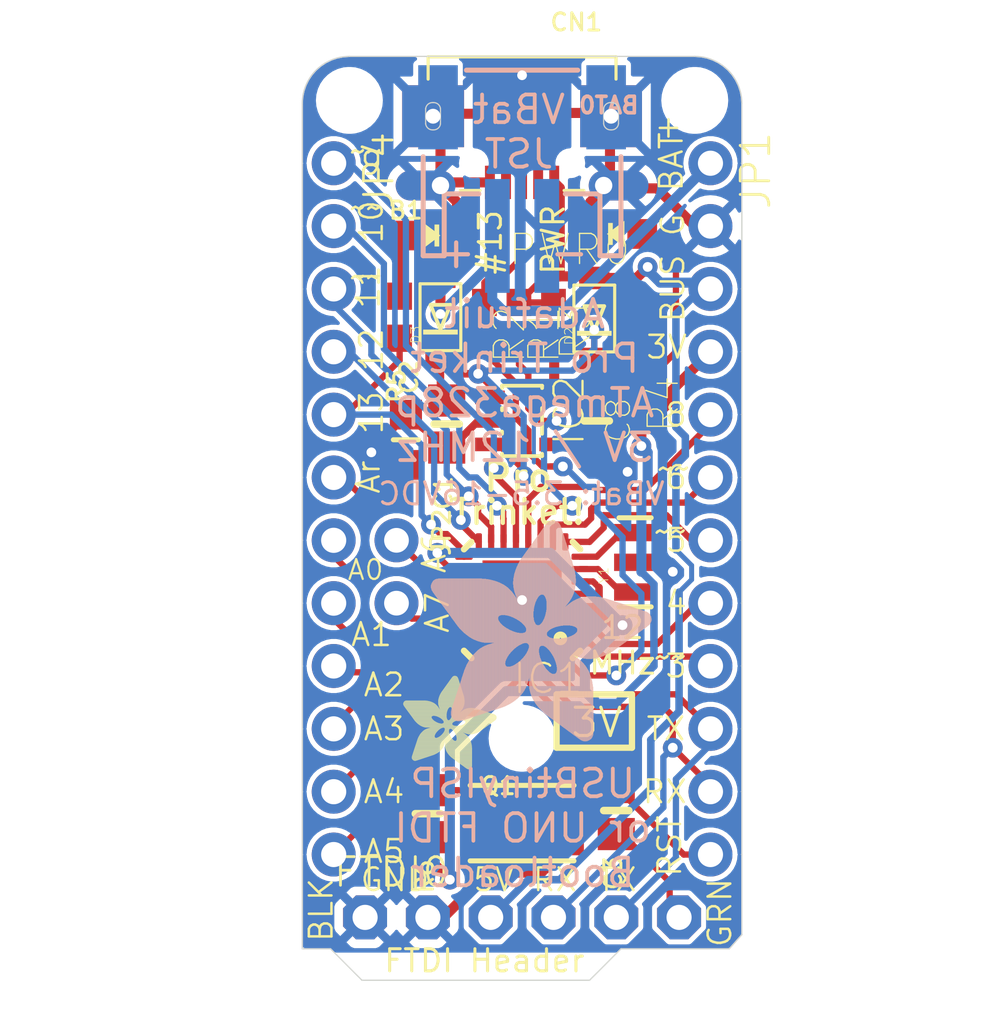
<source format=kicad_pcb>
(kicad_pcb (version 20221018) (generator pcbnew)
  (layers (0 "F.Cu" signal) (1 "In1.Cu" signal) (2 "In2.Cu" signal) (3 "In3.Cu" signal) (4 "In4.Cu" signal) (5 "In5.Cu" signal) (6 "In6.Cu" signal) (7 "In7.Cu" signal) (8 "In8.Cu" signal) (9 "In9.Cu" signal) (10 "In10.Cu" signal) (11 "In11.Cu" signal) (12 "In12.Cu" signal) (13 "In13.Cu" signal) (14 "In14.Cu" signal) (31 "B.Cu" signal) (34 "B.Paste" user) (35 "F.Paste" user) (36 "B.SilkS" user "B.Silkscreen") (37 "F.SilkS" user "F.Silkscreen") (38 "B.Mask" user) (39 "F.Mask" user) (44 "Edge.Cuts" user))
  (net 0 "")
  (net 1 "GND")
  (net 2 "+3V3")
  (net 3 "D+")
  (net 4 "D-")
  (net 5 "VBUS")
  (net 6 "N$6")
  (net 7 "VBAT")
  (net 8 "N$7")
  (net 9 "RESET")
  (net 10 "N$1")
  (net 11 "D10")
  (net 12 "D11")
  (net 13 "D12")
  (net 14 "D13")
  (net 15 "A0")
  (net 16 "A1")
  (net 17 "A2")
  (net 18 "A3")
  (net 19 "A4")
  (net 20 "A5")
  (net 21 "D3")
  (net 22 "D4")
  (net 23 "D7")
  (net 24 "D6")
  (net 25 "D5")
  (net 26 "TXD")
  (net 27 "RXD")
  (net 28 "A6")
  (net 29 "A7")
  (net 30 "D8")
  (net 31 "D9")
  (net 32 "AREF")
  (net 33 "N$2")
  (net 34 "N$3")
  (net 35 "DTR/RTS")
  (net 36 "D2")
  (footprint "working:CHIPLED_0805_NOOUTLINE" (layer "F.Cu") (at 152.3111 93.5101 90)
    (fp_text reference "PWR0")
    (fp_text value "green")
  )
  (footprint "working:4UCONN_20329" (layer "F.Cu") (at 148.5011 90.6526 180)
    (fp_text reference "CN1")
    (fp_text value "")
    (fp_line (start -3.9 2.2) (end -3.9 1.6) (stroke (width 0.05)) (layer "Edge.Cuts"))
    (fp_line (start -3.3 1.6) (end -3.3 2.2) (stroke (width 0.05)) (layer "Edge.Cuts"))
    (fp_line (start 3.3 2.2) (end 3.3 1.6) (stroke (width 0.05)) (layer "Edge.Cuts"))
    (fp_line (start 3.9 1.6) (end 3.9 2.2) (stroke (width 0.05)) (layer "Edge.Cuts"))
    (fp_arc (start -3.9 1.6) (mid -3.801777 1.412868) (end -3.6 1.35) (stroke (width 0.05)) (layer "Edge.Cuts"))
    (fp_arc (start -3.6 1.35) (mid -3.398223 1.412868) (end -3.3 1.6) (stroke (width 0.05)) (layer "Edge.Cuts"))
    (fp_arc (start -3.6 2.45) (mid -3.801777 2.387132) (end -3.9 2.2) (stroke (width 0.05)) (layer "Edge.Cuts"))
    (fp_arc (start -3.3 2.2) (mid -3.398223 2.387132) (end -3.6 2.45) (stroke (width 0.05)) (layer "Edge.Cuts"))
    (fp_arc (start 3.3 1.6) (mid 3.398223 1.412868) (end 3.6 1.35) (stroke (width 0.05)) (layer "Edge.Cuts"))
    (fp_arc (start 3.6 1.35) (mid 3.801777 1.412868) (end 3.9 1.6) (stroke (width 0.05)) (layer "Edge.Cuts"))
    (fp_arc (start 3.6 2.45) (mid 3.398223 2.387132) (end 3.3 2.2) (stroke (width 0.05)) (layer "Edge.Cuts"))
    (fp_arc (start 3.9 2.2) (mid 3.801777 2.387132) (end 3.6 2.45) (stroke (width 0.05)) (layer "Edge.Cuts"))
  )
  (footprint "working:FIDUCIAL_1MM" (layer "F.Cu") (at 148.5011 117.3226)
    (fp_text reference "U$6" hide)
    (fp_text value "FIDUCIAL" hide)
  )
  (footprint "working:1X02_ROUND" (layer "F.Cu") (at 143.4211 107.1626 -90)
    (fp_text reference "JP2")
    (fp_text value "")
  )
  (footprint "working:0805-NO" (layer "F.Cu") (at 151.5237 101.0666 -90)
    (fp_text reference "C8")
    (fp_text value "10uF")
  )
  (footprint "working:0805-NO" (layer "F.Cu") (at 145.4531 101.1936 -90)
    (fp_text reference "C1")
    (fp_text value "10uF")
  )
  (footprint "working:_0805MP" (layer "F.Cu") (at 143.8021 101.8286 90)
    (fp_text reference "C2")
    (fp_text value "0.1uF")
  )
  (footprint "working:0603-NO" (layer "F.Cu") (at 143.5481 96.8756 -90)
    (fp_text reference "R5")
    (fp_text value "470 (0603)")
  )
  (footprint "" (layer "F.Cu") (at 148.5011 113.8936)
    (fp_text reference "@HOLE2" hide)
    (fp_text value "")
  )
  (footprint "working:0603-NO" (layer "F.Cu") (at 153.3271 100.0506 -90)
    (fp_text reference "R4")
    (fp_text value "470 (0603)")
  )
  (footprint "working:ADAFRUIT_3.5MM" (layer "F.Cu") (at 143.6751 115.1636)
    (fp_text reference "U$7" hide)
    (fp_text value "" hide)
  )
  (footprint "working:SOD-123FL" (layer "F.Cu") (at 145.1991 96.8756 90)
    (fp_text reference "D3")
    (fp_text value "SCHOTTKY")
  )
  (footprint "working:0805-NO" (layer "F.Cu") (at 152.3111 116.8146 -90)
    (fp_text reference "C3")
    (fp_text value "0.1uF")
  )
  (footprint "working:0603-NO" (layer "F.Cu") (at 149.7711 97.1296 -90)
    (fp_text reference "R3")
    (fp_text value "1.5K (0603)")
  )
  (footprint "" (layer "F.Cu") (at 141.5161 88.1126)
    (fp_text reference "@HOLE0" hide)
    (fp_text value "")
  )
  (footprint "working:1X12-CB" (layer "F.Cu") (at 140.8811 104.6226 -90)
    (fp_text reference "JP4")
    (fp_text value "")
  )
  (footprint "working:0603-NO" (layer "F.Cu") (at 146.9771 97.1296 -90)
    (fp_text reference "R2")
    (fp_text value "68 (0603)")
  )
  (footprint "working:MLF32-TH" (layer "F.Cu") (at 148.5011 108.3056 180)
    (fp_text reference "IC1")
    (fp_text value "ATmega328P")
  )
  (footprint "working:RESONATOR-SMD" (layer "F.Cu") (at 153.0731 106.7816 90)
    (fp_text reference "Y1")
    (fp_text value "12MHz")
  )
  (footprint "working:SOT23-5L" (layer "F.Cu") (at 148.5011 101.0666 -90)
    (fp_text reference "IC2")
    (fp_text value "MIC5225-3.3v")
  )
  (footprint "working:1X06-CLEANBIG" (layer "F.Cu") (at 148.5011 121.1326)
    (fp_text reference "FTDI0")
    (fp_text value "")
  )
  (footprint "working:0805-NO" (layer "F.Cu") (at 144.6911 116.9416 -90)
    (fp_text reference "R6")
    (fp_text value "10K (0603)")
  )
  (footprint "working:0603-NO" (layer "F.Cu") (at 148.3741 97.1296 -90)
    (fp_text reference "R1")
    (fp_text value "68 (0603)")
  )
  (footprint "working:CHIPLED_0805_NOOUTLINE" (layer "F.Cu") (at 144.8181 93.5736 -90)
    (fp_text reference "B1")
    (fp_text value "red")
  )
  (footprint "working:BTN_KMR2_4.6X2.8" (layer "F.Cu") (at 148.5011 117.3226)
    (fp_text reference "Q1")
    (fp_text value "reset")
  )
  (footprint "working:1X12-CB" (layer "F.Cu") (at 156.1211 104.6226 -90)
    (fp_text reference "JP1")
    (fp_text value "")
  )
  (footprint "working:SOD-123FL" (layer "F.Cu") (at 151.4221 96.9264 90)
    (fp_text reference "D2")
    (fp_text value "SCHOTTKY")
  )
  (footprint "working:FIDUCIAL_1MM" (layer "F.Cu") (at 152.9461 96.6216)
    (fp_text reference "U$1" hide)
    (fp_text value "FIDUCIAL" hide)
  )
  (footprint "" (layer "F.Cu") (at 155.4861 88.1126)
    (fp_text reference "@HOLE1" hide)
    (fp_text value "")
  )
  (footprint "working:JSTPH2" (layer "B.Cu") (at 148.5011 89.8906 180)
    (fp_text reference "BAT0")
    (fp_text value "")
  )
  (footprint "working:ADAFRUIT_9MM" (layer "B.Cu") (at 144.8181 114.0206 90)
    (fp_text reference "U$9" hide)
    (fp_text value "" hide)
  )
  (gr_line (start 152.9461 114.2746) (end 152.9461 112.1156) (stroke (width 0.254)) (layer "F.SilkS"))
  (gr_line (start 149.8981 114.2746) (end 152.9461 114.2746) (stroke (width 0.254)) (layer "F.SilkS"))
  (gr_line (start 149.8981 112.1156) (end 149.8981 114.2746) (stroke (width 0.254)) (layer "F.SilkS"))
  (gr_line (start 152.9461 112.1156) (end 149.8981 112.1156) (stroke (width 0.254)) (layer "F.SilkS"))
  (gr_line (start 155.4861 86.3346) (end 141.5161 86.3346) (stroke (width 0.05)) (layer "Edge.Cuts"))
  (gr_line (start 156.8831 122.4026) (end 157.3911 121.8311) (stroke (width 0.05)) (layer "Edge.Cuts"))
  (gr_line (start 151.2316 123.6726) (end 152.5016 122.4026) (stroke (width 0.05)) (layer "Edge.Cuts"))
  (gr_line (start 157.3911 121.8311) (end 157.3911 88.2396) (stroke (width 0.05)) (layer "Edge.Cuts"))
  (gr_line (start 140.7541 122.4026) (end 142.0241 123.6726) (stroke (width 0.05)) (layer "Edge.Cuts"))
  (gr_arc (start 139.6111 88.2396) (mid 140.169062 86.892562) (end 141.5161 86.3346) (stroke (width 0.05)) (layer "Edge.Cuts"))
  (gr_line (start 139.6111 122.4026) (end 140.7541 122.4026) (stroke (width 0.05)) (layer "Edge.Cuts"))
  (gr_line (start 142.0241 123.6726) (end 151.2316 123.6726) (stroke (width 0.05)) (layer "Edge.Cuts"))
  (gr_line (start 139.6111 88.2396) (end 139.6111 122.4026) (stroke (width 0.05)) (layer "Edge.Cuts"))
  (gr_arc (start 155.4861 86.3346) (mid 156.833138 86.892562) (end 157.3911 88.2396) (stroke (width 0.05)) (layer "Edge.Cuts"))
  (gr_line (start 152.5016 122.4026) (end 156.8831 122.4026) (stroke (width 0.05)) (layer "Edge.Cuts"))
  (gr_text "USBtinyISP\nor UNO FTDI\nBootloader" (at 148.5265 117.5258) (layer "B.SilkS") (effects (font (size 1.1176 1.1176) (thickness 0.1524)) (justify mirror)))
  (gr_text "-" (at 151.2951 94.9706) (layer "B.SilkS") (effects (font (size 1.251712 1.251712) (thickness 0.170688)) (justify left bottom mirror)))
  (gr_text "VBat: 3.5-16VDC" (at 148.4757 104.013) (layer "B.SilkS") (effects (font (size 0.89408 0.89408) (thickness 0.12192)) (justify mirror)))
  (gr_text "VBat\nJST" (at 148.3741 89.3826) (layer "B.SilkS") (effects (font (size 1.1176 1.1176) (thickness 0.1524)) (justify mirror)))
  (gr_text "Adafruit\nPro Trinket\nATmega328p\n3V / 12MHz" (at 148.6027 99.441) (layer "B.SilkS") (effects (font (size 1.1176 1.1176) (thickness 0.1524)) (justify mirror)))
  (gr_text "+" (at 146.7231 94.9706) (layer "B.SilkS") (effects (font (size 1.251712 1.251712) (thickness 0.170688)) (justify left bottom mirror)))
  (gr_text "+" (at 155.0543 89.154) (layer "F.SilkS") (effects (font (size 0.9144 0.9144) (thickness 0.1016)) (justify right)))
  (gr_text "G" (at 154.5971 92.6211 90) (layer "F.SilkS") (effects (font (size 0.9144 0.9144) (thickness 0.1016)) (justify right)))
  (gr_text "~~" (at 142.9131 95.2246) (layer "F.SilkS") (effects (font (size 0.9144 0.9144) (thickness 0.1016)) (justify right)))
  (gr_text "11" (at 142.2781 94.7166 90) (layer "F.SilkS") (effects (font (size 0.9144 0.9144) (thickness 0.1016)) (justify right)))
  (gr_text "~~" (at 142.9131 90.1446) (layer "F.SilkS") (effects (font (size 0.9144 0.9144) (thickness 0.1016)) (justify right)))
  (gr_text "3V" (at 150.4061 113.2586) (layer "F.SilkS") (effects (font (size 1.143 1.143) (thickness 0.127)) (justify left)))
  (gr_text "A3" (at 142.0241 113.5126) (layer "F.SilkS") (effects (font (size 0.9144 0.9144) (thickness 0.1016)) (justify left)))
  (gr_text "TX" (at 155.1686 113.5126) (layer "F.SilkS") (effects (font (size 0.9144 0.9144) (thickness 0.1016)) (justify right)))
  (gr_text "Ar" (at 142.2781 102.5906 90) (layer "F.SilkS") (effects (font (size 0.9144 0.9144) (thickness 0.1016)) (justify right)))
  (gr_text "RST" (at 154.4701 116.9416 90) (layer "F.SilkS") (effects (font (size 0.9144 0.9144) (thickness 0.1016)) (justify right)))
  (gr_text "12" (at 142.4051 97.2566 90) (layer "F.SilkS") (effects (font (size 0.9144 0.9144) (thickness 0.1016)) (justify right)))
  (gr_text "RX" (at 150.7871 119.6086) (layer "F.SilkS") (effects (font (size 0.9144 0.9144) (thickness 0.1016)) (justify right)))
  (gr_text "13" (at 142.4051 99.7966 90) (layer "F.SilkS") (effects (font (size 0.9144 0.9144) (thickness 0.1016)) (justify right)))
  (gr_text "5V" (at 148.2471 119.6086) (layer "F.SilkS") (effects (font (size 0.9144 0.9144) (thickness 0.1016)) (justify right)))
  (gr_text "A1" (at 141.5161 109.7026) (layer "F.SilkS") (effects (font (size 0.9144 0.9144) (thickness 0.1016)) (justify left)))
  (gr_text "Pro" (at 148.3487 103.3526) (layer "F.SilkS") (effects (font (size 1.0795 1.0795) (thickness 0.1905))))
  (gr_text "~~" (at 142.9131 92.4306) (layer "F.SilkS") (effects (font (size 0.9144 0.9144) (thickness 0.1016)) (justify right)))
  (gr_text "BAT" (at 154.5336 91.8591 90) (layer "F.SilkS") (effects (font (size 0.9144 0.9144) (thickness 0.1016)) (justify left)))
  (gr_text "A2" (at 142.0241 111.7346) (layer "F.SilkS") (effects (font (size 0.9144 0.9144) (thickness 0.1016)) (justify left)))
  (gr_text "A6" (at 144.9451 107.2896 90) (layer "F.SilkS") (effects (font (size 0.9144 0.9144) (thickness 0.1016)) (justify left)))
  (gr_text "Trinket!" (at 148.3487 104.7496) (layer "F.SilkS") (effects (font (size 0.97155 0.97155) (thickness 0.17145))))
  (gr_text "A5" (at 142.0241 118.4656) (layer "F.SilkS") (effects (font (size 0.9144 0.9144) (thickness 0.1016)) (justify left)))
  (gr_text "A0" (at 141.3891 107.0864) (layer "F.SilkS") (effects (font (size 0.8001 0.8001) (thickness 0.0889)) (justify left)))
  (gr_text "GND" (at 144.8181 119.6086) (layer "F.SilkS") (effects (font (size 0.9144 0.9144) (thickness 0.1016)) (justify right)))
  (gr_text "3V" (at 153.4541 98.0821) (layer "F.SilkS") (effects (font (size 0.9144 0.9144) (thickness 0.1016)) (justify left)))
  (gr_text "3" (at 155.2321 110.9726) (layer "F.SilkS") (effects (font (size 0.9144 0.9144) (thickness 0.1016)) (justify right)))
  (gr_text "~~" (at 155.3591 102.9716) (layer "F.SilkS") (effects (font (size 0.9144 0.9144) (thickness 0.1016)) (justify right)))
  (gr_text "12\nMHz" (at 152.5651 110.1344) (layer "F.SilkS") (effects (font (size 0.89408 0.89408) (thickness 0.12192))))
  (gr_text "8" (at 155.2321 100.8126) (layer "F.SilkS") (effects (font (size 0.9144 0.9144) (thickness 0.1016)) (justify right)))
  (gr_text "GRN" (at 156.5021 119.4816 90) (layer "F.SilkS") (effects (font (size 0.9144 0.9144) (thickness 0.1016)) (justify right)))
  (gr_text "A7" (at 145.0721 109.7026 90) (layer "F.SilkS") (effects (font (size 0.9144 0.9144) (thickness 0.1016)) (justify left)))
  (gr_text "A4" (at 142.0241 116.0526) (layer "F.SilkS") (effects (font (size 0.9144 0.9144) (thickness 0.1016)) (justify left)))
  (gr_text "6" (at 155.2321 103.3526) (layer "F.SilkS") (effects (font (size 0.9144 0.9144) (thickness 0.1016)) (justify right)))
  (gr_text "BLK" (at 140.3731 119.4816 90) (layer "F.SilkS") (effects (font (size 0.9144 0.9144) (thickness 0.1016)) (justify right)))
  (gr_text "~~" (at 155.2321 110.5916) (layer "F.SilkS") (effects (font (size 0.9144 0.9144) (thickness 0.1016)) (justify right)))
  (gr_text "9" (at 142.9131 90.6526) (layer "F.SilkS") (effects (font (size 0.9144 0.9144) (thickness 0.1016)) (justify right)))
  (gr_text "#13" (at 147.7391 95.2246 90) (layer "F.SilkS") (effects (font (size 0.89408 0.89408) (thickness 0.12192)) (justify left bottom)))
  (gr_text "RX" (at 155.2321 116.0526) (layer "F.SilkS") (effects (font (size 0.9144 0.9144) (thickness 0.1016)) (justify right)))
  (gr_text "4" (at 155.2321 108.4326) (layer "F.SilkS") (effects (font (size 0.9144 0.9144) (thickness 0.1016)) (justify right)))
  (gr_text "10" (at 142.4051 93.9546 90) (layer "F.SilkS") (effects (font (size 0.9144 0.9144) (thickness 0.1016)) (justify left)))
  (gr_text "PWR" (at 150.2791 95.2246 90) (layer "F.SilkS") (effects (font (size 0.89408 0.89408) (thickness 0.12192)) (justify left bottom)))
  (gr_text "TX" (at 153.2001 119.6086) (layer "F.SilkS") (effects (font (size 0.9144 0.9144) (thickness 0.1016)) (justify right)))
  (gr_text "FTDI Header" (at 146.9771 122.8852) (layer "F.SilkS") (effects (font (size 0.89408 0.89408) (thickness 0.12192))))
  (gr_text "~~" (at 155.2321 105.5116) (layer "F.SilkS") (effects (font (size 0.9144 0.9144) (thickness 0.1016)) (justify right)))
  (gr_text "BUS" (at 154.5971 94.2721 90) (layer "F.SilkS") (effects (font (size 0.9144 0.9144) (thickness 0.1016)) (justify right)))
  (gr_text "5" (at 155.2321 105.8926) (layer "F.SilkS") (effects (font (size 0.9144 0.9144) (thickness 0.1016)) (justify right)))
  (segment (start 148.484013 88.6526) (end 148.5011 88.669688) (width 0.4064) (layer "F.Cu") (net 1))
  (segment (start 145.2941 88.6526) (end 147.7511 88.6526) (width 0.4064) (layer "F.Cu") (net 1))
  (segment (start 153.9621 91.6686) (end 151.9171 91.6686) (width 0.4064) (layer "F.Cu") (net 1))
  (segment (start 148.5011 88.669688) (end 148.5011 87.0966) (width 0.4064) (layer "F.Cu") (net 1))
  (segment (start 145.8681 93.5736) (end 145.8681 92.2196) (width 0.4064) (layer "F.Cu") (net 1))
  (segment (start 152.0571 91.2966) (end 152.0571 88.6206) (width 0.4064) (layer "F.Cu") (net 1))
  (segment (start 151.9171 91.6686) (end 151.8011 91.5526) (width 0.4064) (layer "F.Cu") (net 1))
  (segment (start 145.3921 102.0826) (end 145.4531 102.1436) (width 0.3048) (layer "F.Cu") (net 1))
  (segment (start 149.2511 88.6526) (end 148.942353 88.6526) (width 0.4064) (layer "F.Cu") (net 1))
  (segment (start 148.974353 88.6206) (end 152.0571 88.6206) (width 0.4064) (layer "F.Cu") (net 1))
  (segment (start 144.6911 121.1326) (end 145.3261 121.1326) (width 0.4064) (layer "F.Cu") (net 1))
  (segment (start 150.5511 118.1226) (end 149.3011 119.3726) (width 0.3048) (layer "F.Cu") (net 1))
  (segment (start 143.8021 100.8126) (end 145.3921 102.0826) (width 0.3048) (layer "F.Cu") (net 1))
  (segment (start 145.3261 91.4276) (end 145.2011 91.5526) (width 0.4064) (layer "F.Cu") (net 1))
  (segment (start 146.7231 101.0666) (end 145.9611 101.8286) (width 0.3048) (layer "F.Cu") (net 1))
  (segment (start 155.4861 93.1926) (end 153.9621 91.6686) (width 0.4064) (layer "F.Cu") (net 1))
  (segment (start 156.1211 93.1926) (end 155.4861 93.1926) (width 0.4064) (layer "F.Cu") (net 1))
  (segment (start 145.0721 88.8746) (end 144.9451 88.7476) (width 0.4064) (layer "F.Cu") (net 1))
  (segment (start 146.4511 120.0076) (end 146.4511 119.3726) (width 0.4064) (layer "F.Cu") (net 1))
  (segment (start 146.4511 118.1226) (end 146.4511 119.3726) (width 0.4064) (layer "F.Cu") (net 1))
  (segment (start 148.484013 88.6526) (end 147.7511 88.6526) (width 0.4064) (layer "F.Cu") (net 1))
  (segment (start 151.5237 102.0166) (end 152.6311 103.124) (width 0.4064) (layer "F.Cu") (net 1))
  (segment (start 145.9611 101.8286) (end 145.7681 101.8286) (width 0.3048) (layer "F.Cu") (net 1))
  (segment (start 149.3011 119.3726) (end 146.4511 119.3726) (width 0.3048) (layer "F.Cu") (net 1))
  (segment (start 147.2011 101.0666) (end 146.7231 101.0666) (width 0.3048) (layer "F.Cu") (net 1))
  (segment (start 145.2011 91.5526) (end 145.2011 89.0036) (width 0.4064) (layer "F.Cu") (net 1))
  (segment (start 145.8681 92.2196) (end 145.2011 91.5526) (width 0.4064) (layer "F.Cu") (net 1))
  (segment (start 151.2611 92.2196) (end 151.8011 91.6796) (width 0.4064) (layer "F.Cu") (net 1))
  (segment (start 150.8511 109.0556) (end 149.2511 109.0556) (width 0.254) (layer "F.Cu") (net 1))
  (segment (start 145.2011 89.0036) (end 145.0721 88.8746) (width 0.4064) (layer "F.Cu") (net 1))
  (segment (start 148.7511 108.0556) (end 148.5011 108.3056) (width 0.3048) (layer "F.Cu") (net 1))
  (segment (start 148.2511 108.5556) (end 148.5011 108.3056) (width 0.3048) (layer "F.Cu") (net 1))
  (segment (start 149.2511 109.0556) (end 148.5011 108.3056) (width 0.3048) (layer "F.Cu") (net 1))
  (segment (start 147.2011 91.4276) (end 145.3261 91.4276) (width 0.4064) (layer "F.Cu") (net 1))
  (segment (start 145.0721 88.8746) (end 145.2941 88.6526) (width 0.4064) (layer "F.Cu") (net 1))
  (segment (start 151.8011 91.5526) (end 152.0571 91.2966) (width 0.4064) (layer "F.Cu") (net 1))
  (segment (start 146.1511 108.5556) (end 148.2511 108.5556) (width 0.254) (layer "F.Cu") (net 1))
  (segment (start 151.2611 93.5101) (end 151.2611 92.2196) (width 0.4064) (layer "F.Cu") (net 1))
  (segment (start 145.3261 121.1326) (end 146.4511 120.0076) (width 0.4064) (layer "F.Cu") (net 1))
  (segment (start 148.942353 88.6526) (end 148.974353 88.6206) (width 0.4064) (layer "F.Cu") (net 1))
  (segment (start 154.2161 106.7816) (end 154.5971 107.1626) (width 0.4064) (layer "F.Cu") (net 1))
  (segment (start 153.0731 106.7816) (end 154.2161 106.7816) (width 0.4064) (layer "F.Cu") (net 1))
  (segment (start 143.8021 100.8126) (end 142.4051 102.3366) (width 0.3048) (layer "F.Cu") (net 1))
  (segment (start 150.8511 108.0556) (end 148.7511 108.0556) (width 0.254) (layer "F.Cu") (net 1))
  (segment (start 151.8011 91.6796) (end 151.8011 91.5526) (width 0.4064) (layer "F.Cu") (net 1))
  (segment (start 148.942353 88.6526) (end 148.484013 88.6526) (width 0.4064) (layer "F.Cu") (net 1))
  (segment (start 152.6311 103.124) (end 152.7683 103.124) (width 0.4064) (layer "F.Cu") (net 1))
  (segment (start 145.7681 101.8286) (end 145.4531 102.1436) (width 0.3048) (layer "F.Cu") (net 1))
  (via (at 142.4051 102.3366) (size 0.8001) (drill 0.3937) (layers "F.Cu" "B.Cu") (net 1))
  (via (at 152.7683 103.124) (size 0.8001) (drill 0.3937) (layers "F.Cu" "B.Cu") (net 1))
  (via (at 148.5011 108.3056) (size 0.8001) (drill 0.3937) (layers "F.Cu" "B.Cu") (net 1))
  (via (at 148.5011 87.0966) (size 0.8001) (drill 0.3937) (layers "F.Cu" "B.Cu") (net 1))
  (via (at 154.5971 107.1626) (size 0.8001) (drill 0.3937) (layers "F.Cu" "B.Cu") (net 1))
  (segment (start 144.6911 117.8916) (end 144.6911 118.7196) (width 0.4064) (layer "F.Cu") (net 2))
  (segment (start 153.3271 100.9006) (end 153.3271 102.0826) (width 0.4064) (layer "F.Cu") (net 2))
  (segment (start 151.3706 107.5556) (end 151.6126 107.7976) (width 0.254) (layer "F.Cu") (net 2))
  (segment (start 151.6126 107.7976) (end 151.6126 108.3691) (width 0.3048) (layer "F.Cu") (net 2))
  (segment (start 145.0721 106.5276) (end 145.0721 106.4006) (width 0.3048) (layer "F.Cu") (net 2))
  (segment (start 154.4701 100.3046) (end 153.8741 100.9006) (width 0.4064) (layer "F.Cu") (net 2))
  (segment (start 150.8511 107.5556) (end 151.3706 107.5556) (width 0.254) (layer "F.Cu") (net 2))
  (segment (start 151.4221 108.5596) (end 152.1841 109.3216) (width 0.3048) (layer "F.Cu") (net 2))
  (segment (start 156.1211 98.2726) (end 154.4701 99.9236) (width 0.4064) (layer "F.Cu") (net 2))
  (segment (start 151.5237 100.1166) (end 151.7421 100.1166) (width 0.4064) (layer "F.Cu") (net 2))
  (segment (start 146.1511 107.0556) (end 145.6001 107.0556) (width 0.254) (layer "F.Cu") (net 2))
  (segment (start 153.2391 100.9886) (end 153.2391 101.1936) (width 0.4064) (layer "F.Cu") (net 2))
  (segment (start 149.8011 100.1166) (end 151.5237 100.1166) (width 0.4064) (layer "F.Cu") (net 2))
  (segment (start 151.6126 108.3691) (end 151.4221 108.5596) (width 0.3048) (layer "F.Cu") (net 2))
  (segment (start 153.3271 100.9006) (end 153.2391 100.9886) (width 0.4064) (layer "F.Cu") (net 2))
  (segment (start 150.8511 108.5556) (end 151.4181 108.5556) (width 0.254) (layer "F.Cu") (net 2))
  (segment (start 149.7711 97.9796) (end 149.8011 98.0096) (width 0.4064) (layer "F.Cu") (net 2))
  (segment (start 153.8741 100.9006) (end 153.3271 100.9006) (width 0.4064) (layer "F.Cu") (net 2))
  (segment (start 151.4181 108.5556) (end 151.4221 108.5596) (width 0.254) (layer "F.Cu") (net 2))
  (segment (start 144.6911 118.7196) (end 145.5801 119.6086) (width 0.4064) (layer "F.Cu") (net 2))
  (segment (start 152.1841 109.3216) (end 152.5651 109.3216) (width 0.3048) (layer "F.Cu") (net 2))
  (segment (start 152.8191 101.1936) (end 153.2391 101.1936) (width 0.4064) (layer "F.Cu") (net 2))
  (segment (start 154.4701 99.9236) (end 154.4701 100.3046) (width 0.4064) (layer "F.Cu") (net 2))
  (segment (start 151.7421 100.1166) (end 152.8191 101.1936) (width 0.4064) (layer "F.Cu") (net 2))
  (segment (start 149.8981 100.0196) (end 149.8011 100.1166) (width 0.4064) (layer "F.Cu") (net 2))
  (segment (start 149.8011 98.0096) (end 149.8011 100.1166) (width 0.4064) (layer "F.Cu") (net 2))
  (segment (start 145.6001 107.0556) (end 145.0721 106.5276) (width 0.254) (layer "F.Cu") (net 2))
  (via (at 145.5801 119.6086) (size 0.8001) (drill 0.3937) (layers "F.Cu" "B.Cu") (net 2))
  (via (at 152.5651 109.3216) (size 0.8001) (drill 0.3937) (layers "F.Cu" "B.Cu") (net 2))
  (via (at 145.0721 106.4006) (size 0.8001) (drill 0.3937) (layers "F.Cu" "B.Cu") (net 2))
  (via (at 153.3271 102.0826) (size 0.8001) (drill 0.3937) (layers "F.Cu" "B.Cu") (net 2))
  (segment (start 153.8351 107.6706) (end 153.8351 110.9726) (width 0.3048) (layer "B.Cu") (net 2))
  (segment (start 151.5491 112.4966) (end 152.3111 112.4966) (width 0.4064) (layer "B.Cu") (net 2))
  (segment (start 153.5811 102.3366) (end 153.3271 102.0826) (width 0.4064) (layer "B.Cu") (net 2))
  (segment (start 153.5811 103.6066) (end 153.5811 102.3366) (width 0.4064) (layer "B.Cu") (net 2))
  (segment (start 145.0721 106.4006) (end 149.6441 106.4006) (width 0.4064) (layer "B.Cu") (net 2))
  (segment (start 145.5801 114.2746) (end 145.5801 119.6086) (width 0.4064) (layer "B.Cu") (net 2))
  (segment (start 151.0411 111.9886) (end 151.5491 112.4966) (width 0.4064) (layer "B.Cu") (net 2))
  (segment (start 152.5651 109.3216) (end 151.0411 110.8456) (width 0.4064) (layer "B.Cu") (net 2))
  (segment (start 153.3271 107.1626) (end 153.3271 103.8606) (width 0.4064) (layer "B.Cu") (net 2))
  (segment (start 153.8351 110.9726) (end 152.3111 112.4966) (width 0.3048) (layer "B.Cu") (net 2))
  (segment (start 153.8351 107.6706) (end 153.3271 107.1626) (width 0.3048) (layer "B.Cu") (net 2))
  (segment (start 147.8661 111.9886) (end 145.5801 114.2746) (width 0.4064) (layer "B.Cu") (net 2))
  (segment (start 147.8661 111.9886) (end 151.0411 111.9886) (width 0.4064) (layer "B.Cu") (net 2))
  (segment (start 153.3271 103.8606) (end 153.5811 103.6066) (width 0.4064) (layer "B.Cu") (net 2))
  (segment (start 149.6441 106.4006) (end 152.5651 109.3216) (width 0.4064) (layer "B.Cu") (net 2))
  (segment (start 151.0411 110.8456) (end 151.0411 111.9886) (width 0.4064) (layer "B.Cu") (net 2))
  (segment (start 147.7391 95.2246) (end 148.5011 94.4626) (width 0.254) (layer "F.Cu") (net 3))
  (segment (start 147.2311 95.2246) (end 146.9771 95.4786) (width 0.254) (layer "F.Cu") (net 3))
  (segment (start 146.9771 95.4786) (end 146.9771 96.2796) (width 0.254) (layer "F.Cu") (net 3))
  (segment (start 147.7391 95.2246) (end 147.2311 95.2246) (width 0.254) (layer "F.Cu") (net 3))
  (segment (start 148.5011 94.4626) (end 148.5011 91.4276) (width 0.254) (layer "F.Cu") (net 3))
  (segment (start 148.3741 96.2796) (end 149.7711 96.2796) (width 0.254) (layer "F.Cu") (net 4))
  (segment (start 149.1511 92.8266) (end 149.1511 91.4276) (width 0.254) (layer "F.Cu") (net 4))
  (segment (start 149.1361 93.1926) (end 149.1511 92.8266) (width 0.254) (layer "F.Cu") (net 4))
  (segment (start 149.1361 95.5176) (end 149.1361 93.1926) (width 0.254) (layer "F.Cu") (net 4))
  (segment (start 148.3741 96.2796) (end 149.1361 95.5176) (width 0.254) (layer "F.Cu") (net 4))
  (segment (start 150.0251 95.2246) (end 151.3578 95.2246) (width 0.4064) (layer "F.Cu") (net 5))
  (segment (start 151.4221 95.2889) (end 153.1374 95.2889) (width 0.4064) (layer "F.Cu") (net 5))
  (segment (start 150.0251 95.2246) (end 150.0251 91.6516) (width 0.4064) (layer "F.Cu") (net 5))
  (segment (start 151.3578 95.2246) (end 151.4221 95.2889) (width 0.4064) (layer "F.Cu") (net 5))
  (segment (start 153.1374 95.2889) (end 153.5811 94.8436) (width 0.4064) (layer "F.Cu") (net 5))
  (segment (start 150.0251 91.6516) (end 149.8011 91.4276) (width 0.4064) (layer "F.Cu") (net 5))
  (via (at 153.5811 94.8436) (size 0.8001) (drill 0.3937) (layers "F.Cu" "B.Cu") (net 5))
  (segment (start 147.2311 121.1326) (end 148.7551 119.6086) (width 0.3048) (layer "B.Cu") (net 5))
  (segment (start 153.5811 94.9706) (end 154.0891 95.4786) (width 0.4064) (layer "B.Cu") (net 5))
  (segment (start 155.3591 107.4801) (end 155.3591 106.9086) (width 0.2032) (layer "B.Cu") (net 5))
  (segment (start 155.3591 106.9086) (end 154.7241 106.2736) (width 0.2032) (layer "B.Cu") (net 5))
  (segment (start 154.8511 112.8141) (end 154.8511 107.9881) (width 0.3048) (layer "B.Cu") (net 5))
  (segment (start 148.7551 119.6086) (end 150.0251 119.6086) (width 0.3048) (layer "B.Cu") (net 5))
  (segment (start 155.5496 95.9231) (end 155.9306 95.9231) (width 0.3048) (layer "B.Cu") (net 5))
  (segment (start 153.7081 113.9571) (end 154.8511 112.8141) (width 0.3048) (layer "B.Cu") (net 5))
  (segment (start 154.7241 96.7486) (end 155.5496 95.9231) (width 0.3048) (layer "B.Cu") (net 5))
  (segment (start 153.5811 94.8436) (end 153.5811 94.9706) (width 0.4064) (layer "B.Cu") (net 5))
  (segment (start 154.0891 95.4786) (end 155.8671 95.4786) (width 0.4064) (layer "B.Cu") (net 5))
  (segment (start 155.1051 102.4636) (end 155.1051 101.7016) (width 0.3048) (layer "B.Cu") (net 5))
  (segment (start 155.1051 101.7016) (end 154.7241 101.3206) (width 0.3048) (layer "B.Cu") (net 5))
  (segment (start 155.8671 95.4786) (end 156.1211 95.7326) (width 0.4064) (layer "B.Cu") (net 5))
  (segment (start 154.7241 102.8446) (end 155.1051 102.4636) (width 0.3048) (layer "B.Cu") (net 5))
  (segment (start 155.9306 95.9231) (end 156.1211 95.7326) (width 0.3048) (layer "B.Cu") (net 5))
  (segment (start 153.7081 115.9256) (end 153.7081 113.9571) (width 0.3048) (layer "B.Cu") (net 5))
  (segment (start 154.7241 106.2736) (end 154.7241 102.8446) (width 0.3048) (layer "B.Cu") (net 5))
  (segment (start 154.7241 101.3206) (end 154.7241 96.7486) (width 0.3048) (layer "B.Cu") (net 5))
  (segment (start 150.0251 119.6086) (end 153.7081 115.9256) (width 0.3048) (layer "B.Cu") (net 5))
  (segment (start 154.8511 107.9881) (end 155.3591 107.4801) (width 0.2032) (layer "B.Cu") (net 5))
  (segment (start 154.7241 94.8731) (end 154.7241 98.2726) (width 0.254) (layer "F.Cu") (net 6))
  (segment (start 153.3611 93.5101) (end 154.7241 94.8731) (width 0.254) (layer "F.Cu") (net 6))
  (segment (start 154.7241 98.2726) (end 153.7961 99.2006) (width 0.254) (layer "F.Cu") (net 6))
  (segment (start 153.7961 99.2006) (end 153.3271 99.2006) (width 0.254) (layer "F.Cu") (net 6))
  (segment (start 145.1991 95.2381) (end 145.1991 96.7486) (width 0.4064) (layer "F.Cu") (net 7))
  (via (at 145.1991 96.7486) (size 0.8001) (drill 0.3937) (layers "F.Cu" "B.Cu") (net 7))
  (segment (start 145.1991 96.7486) (end 147.2946 94.6531) (width 0.4064) (layer "B.Cu") (net 7))
  (segment (start 150.1521 96.6216) (end 147.7391 96.6216) (width 0.4064) (layer "B.Cu") (net 7))
  (segment (start 147.7391 96.6216) (end 147.2946 96.1771) (width 0.4064) (layer "B.Cu") (net 7))
  (segment (start 156.1211 90.6526) (end 150.1521 96.6216) (width 0.4064) (layer "B.Cu") (net 7))
  (segment (start 147.5011 94.4466) (end 147.5011 93.5906) (width 0.4064) (layer "B.Cu") (net 7))
  (segment (start 147.2946 94.6531) (end 147.5011 94.4466) (width 0.4064) (layer "B.Cu") (net 7))
  (segment (start 147.2946 96.1771) (end 147.2946 94.6531) (width 0.4064) (layer "B.Cu") (net 7))
  (segment (start 151.4221 98.5639) (end 151.5491 98.6909) (width 0.254) (layer "F.Cu") (net 8))
  (segment (start 147.2011 99.6396) (end 146.7231 99.1616) (width 0.254) (layer "F.Cu") (net 8))
  (segment (start 145.7206 99.1616) (end 146.7231 99.1616) (width 0.3048) (layer "F.Cu") (net 8))
  (segment (start 145.1991 98.6401) (end 145.1991 98.5131) (width 0.254) (layer "F.Cu") (net 8))
  (segment (start 151.5491 98.6909) (end 151.4221 98.7806) (width 0.254) (layer "F.Cu") (net 8))
  (segment (start 145.1991 99.9896) (end 145.1991 98.5131) (width 0.3048) (layer "F.Cu") (net 8))
  (segment (start 148.5646 103.2891) (end 148.5646 103.0351) (width 0.254) (layer "F.Cu") (net 8))
  (segment (start 151.4221 98.7806) (end 151.4221 97.3836) (width 0.254) (layer "F.Cu") (net 8))
  (segment (start 147.2671 102.0826) (end 147.2011 102.0166) (width 0.254) (layer "F.Cu") (net 8))
  (segment (start 148.5646 103.0351) (end 147.6121 102.0826) (width 0.254) (layer "F.Cu") (net 8))
  (segment (start 145.4531 100.2436) (end 145.1991 99.9896) (width 0.3048) (layer "F.Cu") (net 8))
  (segment (start 147.6121 102.0826) (end 147.2671 102.0826) (width 0.254) (layer "F.Cu") (net 8))
  (segment (start 145.3261 98.7671) (end 145.7206 99.1616) (width 0.3048) (layer "F.Cu") (net 8))
  (segment (start 147.2011 100.1166) (end 147.2011 99.6396) (width 0.254) (layer "F.Cu") (net 8))
  (segment (start 145.3261 98.7671) (end 145.1991 98.6401) (width 0.254) (layer "F.Cu") (net 8))
  (via (at 146.7231 99.1616) (size 0.8001) (drill 0.3937) (layers "F.Cu" "B.Cu") (net 8))
  (via (at 151.4221 97.3836) (size 0.8001) (drill 0.3937) (layers "F.Cu" "B.Cu") (net 8))
  (via (at 148.5646 103.2891) (size 0.8001) (drill 0.3937) (layers "F.Cu" "B.Cu") (net 8))
  (segment (start 151.4221 98.1456) (end 150.5331 99.0346) (width 0.254) (layer "B.Cu") (net 8))
  (segment (start 146.7231 99.0346) (end 148.5646 100.8761) (width 0.254) (layer "B.Cu") (net 8))
  (segment (start 151.4221 98.1456) (end 151.4221 97.3836) (width 0.254) (layer "B.Cu") (net 8))
  (segment (start 146.7231 99.0346) (end 146.7231 99.1616) (width 0.254) (layer "B.Cu") (net 8))
  (segment (start 148.5646 100.8761) (end 148.5646 103.2891) (width 0.254) (layer "B.Cu") (net 8))
  (segment (start 150.5331 99.0346) (end 146.7231 99.0346) (width 0.254) (layer "B.Cu") (net 8))
  (segment (start 148.7511 111.6036) (end 150.5511 113.4036) (width 0.254) (layer "F.Cu") (net 9))
  (segment (start 150.5511 116.5226) (end 151.2091 115.8646) (width 0.254) (layer "F.Cu") (net 9))
  (segment (start 145.9201 115.9916) (end 144.6911 115.9916) (width 0.254) (layer "F.Cu") (net 9))
  (segment (start 146.7051 116.5226) (end 146.4511 116.5226) (width 0.3048) (layer "F.Cu") (net 9))
  (segment (start 147.3021 115.9256) (end 146.7051 116.5226) (width 0.3048) (layer "F.Cu") (net 9))
  (segment (start 150.5511 116.5226) (end 149.9541 115.9256) (width 0.3048) (layer "F.Cu") (net 9))
  (segment (start 150.5511 113.4036) (end 150.5511 116.5226) (width 0.254) (layer "F.Cu") (net 9))
  (segment (start 151.2091 115.8646) (end 152.3111 115.8646) (width 0.254) (layer "F.Cu") (net 9))
  (segment (start 148.7511 110.6556) (end 148.7511 111.6036) (width 0.254) (layer "F.Cu") (net 9))
  (segment (start 152.3111 115.8646) (end 155.0391 118.5926) (width 0.254) (layer "F.Cu") (net 9))
  (segment (start 146.4511 116.5226) (end 145.9201 115.9916) (width 0.254) (layer "F.Cu") (net 9))
  (segment (start 147.3021 115.9256) (end 149.9541 115.9256) (width 0.3048) (layer "F.Cu") (net 9))
  (segment (start 155.0391 118.5926) (end 156.1211 118.5926) (width 0.254) (layer "F.Cu") (net 9))
  (segment (start 143.5481 93.7936) (end 143.7681 93.5736) (width 0.254) (layer "F.Cu") (net 10))
  (segment (start 143.5481 96.0256) (end 143.5481 93.7936) (width 0.254) (layer "F.Cu") (net 10))
  (segment (start 147.7511 105.9556) (end 147.7511 105.0156) (width 0.254) (layer "F.Cu") (net 11))
  (segment (start 147.7391 105.0036) (end 147.7391 104.7496) (width 0.254) (layer "F.Cu") (net 11))
  (segment (start 147.7391 104.7496) (end 147.4851 104.4956) (width 0.254) (layer "F.Cu") (net 11))
  (segment (start 147.7511 105.0156) (end 147.7391 105.0036) (width 0.254) (layer "F.Cu") (net 11))
  (via (at 147.4851 104.4956) (size 0.8001) (drill 0.3937) (layers "F.Cu" "B.Cu") (net 11))
  (segment (start 142.9131 98.1456) (end 142.9131 94.7166) (width 0.254) (layer "B.Cu") (net 11))
  (segment (start 146.3421 103.3526) (end 146.6596 103.3526) (width 0.254) (layer "B.Cu") (net 11))
  (segment (start 145.9611 102.9716) (end 146.3421 103.3526) (width 0.254) (layer "B.Cu") (net 11))
  (segment (start 147.4851 104.1781) (end 147.4851 104.4956) (width 0.254) (layer "B.Cu") (net 11))
  (segment (start 142.9131 98.1456) (end 145.9611 101.1936) (width 0.254) (layer "B.Cu") (net 11))
  (segment (start 142.9131 94.7166) (end 141.3891 93.1926) (width 0.254) (layer "B.Cu") (net 11))
  (segment (start 146.6596 103.3526) (end 147.4851 104.1781) (width 0.254) (layer "B.Cu") (net 11))
  (segment (start 141.3891 93.1926) (end 140.8811 93.1926) (width 0.254) (layer "B.Cu") (net 11))
  (segment (start 145.9611 101.1936) (end 145.9611 102.9716) (width 0.254) (layer "B.Cu") (net 11))
  (segment (start 146.7231 104.8131) (end 146.7231 104.4956) (width 0.254) (layer "F.Cu") (net 12))
  (segment (start 146.5961 104.3686) (end 146.3421 104.1146) (width 0.254) (layer "F.Cu") (net 12))
  (segment (start 147.2511 105.9556) (end 147.2511 105.3411) (width 0.254) (layer "F.Cu") (net 12))
  (segment (start 146.7231 104.4956) (end 146.3421 104.1146) (width 0.254) (layer "F.Cu") (net 12))
  (segment (start 147.2511 105.3411) (end 146.7231 104.8131) (width 0.254) (layer "F.Cu") (net 12))
  (via (at 146.3421 104.1146) (size 0.8001) (drill 0.3937) (layers "F.Cu" "B.Cu") (net 12))
  (segment (start 145.4531 103.2256) (end 145.4531 101.4476) (width 0.254) (layer "B.Cu") (net 12))
  (segment (start 145.4531 103.2256) (end 146.3421 104.1146) (width 0.254) (layer "B.Cu") (net 12))
  (segment (start 140.8811 96.3676) (end 140.8811 95.7326) (width 0.254) (layer "B.Cu") (net 12))
  (segment (start 145.4531 101.4476) (end 142.4051 98.3996) (width 0.254) (layer "B.Cu") (net 12))
  (segment (start 142.4051 97.8916) (end 140.8811 96.3676) (width 0.254) (layer "B.Cu") (net 12))
  (segment (start 142.4051 98.3996) (end 142.4051 97.8916) (width 0.254) (layer "B.Cu") (net 12))
  (segment (start 146.7511 105.9556) (end 146.0246 105.2291) (width 0.254) (layer "F.Cu") (net 13))
  (segment (start 146.0246 105.2291) (end 146.0246 105.0671) (width 0.254) (layer "F.Cu") (net 13))
  (via (at 146.0246 105.0671) (size 0.8001) (drill 0.3937) (layers "F.Cu" "B.Cu") (net 13))
  (segment (start 144.9451 101.7016) (end 141.5161 98.2726) (width 0.254) (layer "B.Cu") (net 13))
  (segment (start 146.0246 105.0671) (end 144.9451 103.9876) (width 0.254) (layer "B.Cu") (net 13))
  (segment (start 144.9451 103.9876) (end 144.9451 101.7016) (width 0.254) (layer "B.Cu") (net 13))
  (segment (start 141.5161 98.2726) (end 140.8811 98.2726) (width 0.254) (layer "B.Cu") (net 13))
  (segment (start 143.5481 98.6146) (end 143.5481 97.7256) (width 0.254) (layer "F.Cu") (net 14))
  (segment (start 145.4531 105.6386) (end 145.1991 105.6386) (width 0.254) (layer "F.Cu") (net 14))
  (segment (start 141.3501 100.8126) (end 140.8811 100.8126) (width 0.254) (layer "F.Cu") (net 14))
  (segment (start 146.1511 106.5556) (end 146.1511 106.3366) (width 0.254) (layer "F.Cu") (net 14))
  (segment (start 143.5481 98.6146) (end 141.3501 100.8126) (width 0.254) (layer "F.Cu") (net 14))
  (segment (start 145.1991 105.6386) (end 144.8181 105.2576) (width 0.254) (layer "F.Cu") (net 14))
  (segment (start 146.1511 106.3366) (end 145.4531 105.6386) (width 0.254) (layer "F.Cu") (net 14))
  (via (at 144.8181 105.2576) (size 0.8001) (drill 0.3937) (layers "F.Cu" "B.Cu") (net 14))
  (segment (start 143.2061 100.8126) (end 140.8811 100.8126) (width 0.254) (layer "B.Cu") (net 14))
  (segment (start 144.8181 105.2576) (end 144.4371 104.8766) (width 0.254) (layer "B.Cu") (net 14))
  (segment (start 144.4371 104.8766) (end 144.4371 102.0436) (width 0.254) (layer "B.Cu") (net 14))
  (segment (start 144.4371 102.0436) (end 143.2061 100.8126) (width 0.254) (layer "B.Cu") (net 14))
  (segment (start 140.8811 106.5276) (end 140.8811 105.8926) (width 0.254) (layer "F.Cu") (net 15))
  (segment (start 145.7271 109.5556) (end 146.1511 109.5556) (width 0.254) (layer "F.Cu") (net 15))
  (segment (start 145.1991 110.0836) (end 145.7271 109.5556) (width 0.254) (layer "F.Cu") (net 15))
  (segment (start 142.1511 107.7976) (end 140.8811 106.5276) (width 0.254) (layer "F.Cu") (net 15))
  (segment (start 142.1511 109.4486) (end 142.7861 110.0836) (width 0.254) (layer "F.Cu") (net 15))
  (segment (start 142.1511 109.4486) (end 142.1511 107.7976) (width 0.254) (layer "F.Cu") (net 15))
  (segment (start 142.7861 110.0836) (end 145.1991 110.0836) (width 0.254) (layer "F.Cu") (net 15))
  (segment (start 145.5801 110.5916) (end 146.1161 110.0556) (width 0.254) (layer "F.Cu") (net 16))
  (segment (start 146.1161 110.0556) (end 146.1511 110.0556) (width 0.254) (layer "F.Cu") (net 16))
  (segment (start 142.4051 110.5916) (end 145.5801 110.5916) (width 0.254) (layer "F.Cu") (net 16))
  (segment (start 140.8811 109.0676) (end 142.4051 110.5916) (width 0.254) (layer "F.Cu") (net 16))
  (segment (start 140.8811 109.0676) (end 140.8811 108.4326) (width 0.254) (layer "F.Cu") (net 16))
  (segment (start 146.7511 110.8176) (end 146.7511 110.6556) (width 0.254) (layer "F.Cu") (net 17))
  (segment (start 141.1351 111.2266) (end 140.8811 110.9726) (width 0.254) (layer "F.Cu") (net 17))
  (segment (start 146.1801 111.2266) (end 141.1351 111.2266) (width 0.254) (layer "F.Cu") (net 17))
  (segment (start 146.7511 110.6556) (end 146.1801 111.2266) (width 0.254) (layer "F.Cu") (net 17))
  (segment (start 147.2511 111.0796) (end 146.4691 111.8616) (width 0.254) (layer "F.Cu") (net 18))
  (segment (start 140.8811 113.3856) (end 140.8811 113.5126) (width 0.254) (layer "F.Cu") (net 18))
  (segment (start 147.2511 110.6556) (end 147.2511 111.0796) (width 0.254) (layer "F.Cu") (net 18))
  (segment (start 142.4051 111.8616) (end 140.8811 113.3856) (width 0.254) (layer "F.Cu") (net 18))
  (segment (start 146.4691 111.8616) (end 142.4051 111.8616) (width 0.254) (layer "F.Cu") (net 18))
  (segment (start 142.1511 112.8776) (end 142.1511 114.7826) (width 0.254) (layer "F.Cu") (net 19))
  (segment (start 142.1511 114.7826) (end 140.8811 116.0526) (width 0.254) (layer "F.Cu") (net 19))
  (segment (start 147.7511 110.6556) (end 147.7511 111.3416) (width 0.254) (layer "F.Cu") (net 19))
  (segment (start 147.7511 111.3416) (end 146.7231 112.3696) (width 0.254) (layer "F.Cu") (net 19))
  (segment (start 142.6591 112.3696) (end 142.1511 112.8776) (width 0.254) (layer "F.Cu") (net 19))
  (segment (start 146.7231 112.3696) (end 142.6591 112.3696) (width 0.254) (layer "F.Cu") (net 19))
  (segment (start 142.6591 116.8146) (end 140.8811 118.5926) (width 0.254) (layer "F.Cu") (net 20))
  (segment (start 143.8021 112.8776) (end 142.6591 114.0206) (width 0.254) (layer "F.Cu") (net 20))
  (segment (start 146.9771 112.8776) (end 143.8021 112.8776) (width 0.254) (layer "F.Cu") (net 20))
  (segment (start 148.2511 111.6036) (end 146.9771 112.8776) (width 0.254) (layer "F.Cu") (net 20))
  (segment (start 142.6591 114.0206) (end 142.6591 116.8146) (width 0.254) (layer "F.Cu") (net 20))
  (segment (start 148.2511 111.6036) (end 148.2511 110.6556) (width 0.254) (layer "F.Cu") (net 20))
  (segment (start 151.2671 110.0556) (end 151.8031 110.5916) (width 0.254) (layer "F.Cu") (net 21))
  (segment (start 155.7401 110.5916) (end 156.1211 110.9726) (width 0.254) (layer "F.Cu") (net 21))
  (segment (start 151.8031 110.5916) (end 155.7401 110.5916) (width 0.254) (layer "F.Cu") (net 21))
  (segment (start 150.8511 110.0556) (end 151.2671 110.0556) (width 0.254) (layer "F.Cu") (net 21))
  (segment (start 155.6131 108.4326) (end 156.1211 108.4326) (width 0.254) (layer "F.Cu") (net 22))
  (segment (start 153.9621 110.0836) (end 155.6131 108.4326) (width 0.254) (layer "F.Cu") (net 22))
  (segment (start 150.8511 109.5556) (end 151.5291 109.5556) (width 0.254) (layer "F.Cu") (net 22))
  (segment (start 152.0571 110.0836) (end 153.9621 110.0836) (width 0.254) (layer "F.Cu") (net 22))
  (segment (start 151.5291 109.5556) (end 152.0571 110.0836) (width 0.254) (layer "F.Cu") (net 22))
  (segment (start 148.7551 99.1616) (end 148.7551 100.5586) (width 0.254) (layer "F.Cu") (net 23))
  (segment (start 148.3741 98.7806) (end 148.7551 99.1616) (width 0.254) (layer "F.Cu") (net 23))
  (segment (start 149.2511 105.9556) (end 149.2511 105.1426) (width 0.254) (layer "F.Cu") (net 23))
  (segment (start 149.2631 101.0666) (end 149.8981 101.0666) (width 0.254) (layer "F.Cu") (net 23))
  (segment (start 148.7551 100.5586) (end 149.2631 101.0666) (width 0.254) (layer "F.Cu") (net 23))
  (segment (start 149.2511 105.1426) (end 149.8981 104.4956) (width 0.254) (layer "F.Cu") (net 23))
  (segment (start 149.8981 104.4956) (end 150.5331 104.4956) (width 0.254) (layer "F.Cu") (net 23))
  (segment (start 148.3741 97.9796) (end 148.3741 98.7806) (width 0.254) (layer "F.Cu") (net 23))
  (via (at 149.8981 101.0666) (size 0.8001) (drill 0.3937) (layers "F.Cu" "B.Cu") (net 23))
  (via (at 150.5331 104.4956) (size 0.8001) (drill 0.3937) (layers "F.Cu" "B.Cu") (net 23))
  (segment (start 149.8981 101.0666) (end 149.6441 101.0666) (width 0.254) (layer "B.Cu") (net 23))
  (segment (start 150.4061 104.4956) (end 150.5331 104.4956) (width 0.254) (layer "B.Cu") (net 23))
  (segment (start 149.3901 103.4796) (end 150.4061 104.4956) (width 0.254) (layer "B.Cu") (net 23))
  (segment (start 149.3901 101.3206) (end 149.3901 103.4796) (width 0.254) (layer "B.Cu") (net 23))
  (segment (start 149.6441 101.0666) (end 149.3901 101.3206) (width 0.254) (layer "B.Cu") (net 23))
  (segment (start 151.5491 104.3686) (end 155.1051 104.3686) (width 0.254) (layer "F.Cu") (net 24))
  (segment (start 149.8981 105.2576) (end 151.0411 105.2576) (width 0.254) (layer "F.Cu") (net 24))
  (segment (start 149.7511 105.4046) (end 149.8981 105.2576) (width 0.254) (layer "F.Cu") (net 24))
  (segment (start 155.1051 104.3686) (end 156.1211 103.3526) (width 0.254) (layer "F.Cu") (net 24))
  (segment (start 149.7511 105.9556) (end 149.7511 105.4046) (width 0.254) (layer "F.Cu") (net 24))
  (segment (start 151.2951 104.6226) (end 151.5491 104.3686) (width 0.254) (layer "F.Cu") (net 24))
  (segment (start 151.2951 105.0036) (end 151.2951 104.6226) (width 0.254) (layer "F.Cu") (net 24))
  (segment (start 151.0411 105.2576) (end 151.2951 105.0036) (width 0.254) (layer "F.Cu") (net 24))
  (segment (start 155.3591 105.8926) (end 156.1211 105.8926) (width 0.254) (layer "F.Cu") (net 25))
  (segment (start 151.8031 105.3846) (end 151.8031 104.8766) (width 0.254) (layer "F.Cu") (net 25))
  (segment (start 151.8031 104.8766) (end 154.3431 104.8766) (width 0.254) (layer "F.Cu") (net 25))
  (segment (start 150.2511 105.9556) (end 151.2321 105.9556) (width 0.254) (layer "F.Cu") (net 25))
  (segment (start 154.3431 104.8766) (end 155.3591 105.8926) (width 0.254) (layer "F.Cu") (net 25))
  (segment (start 151.2321 105.9556) (end 151.8031 105.3846) (width 0.254) (layer "F.Cu") (net 25))
  (segment (start 149.7511 111.0796) (end 150.7871 112.1156) (width 0.254) (layer "F.Cu") (net 26))
  (segment (start 149.7511 110.6556) (end 149.7511 111.0796) (width 0.254) (layer "F.Cu") (net 26))
  (segment (start 154.7241 112.1156) (end 156.1211 113.5126) (width 0.254) (layer "F.Cu") (net 26))
  (segment (start 150.7871 112.1156) (end 154.7241 112.1156) (width 0.254) (layer "F.Cu") (net 26))
  (segment (start 154.7241 115.5446) (end 156.1211 114.1476) (width 0.254) (layer "B.Cu") (net 26))
  (segment (start 152.3111 121.1326) (end 154.7241 118.7196) (width 0.254) (layer "B.Cu") (net 26))
  (segment (start 156.1211 114.1476) (end 156.1211 113.5126) (width 0.254) (layer "B.Cu") (net 26))
  (segment (start 154.7241 118.7196) (end 154.7241 115.5446) (width 0.254) (layer "B.Cu") (net 26))
  (segment (start 149.2511 110.6556) (end 149.2511 111.3416) (width 0.254) (layer "F.Cu") (net 27))
  (segment (start 154.5971 114.2746) (end 156.1211 115.7986) (width 0.254) (layer "F.Cu") (net 27))
  (segment (start 156.1211 115.7986) (end 156.1211 116.0526) (width 0.254) (layer "F.Cu") (net 27))
  (segment (start 154.5971 113.0046) (end 154.5971 114.2746) (width 0.254) (layer "F.Cu") (net 27))
  (segment (start 150.5331 112.6236) (end 154.2161 112.6236) (width 0.254) (layer "F.Cu") (net 27))
  (segment (start 154.2161 112.6236) (end 154.5971 113.0046) (width 0.254) (layer "F.Cu") (net 27))
  (segment (start 149.2511 111.3416) (end 150.5331 112.6236) (width 0.254) (layer "F.Cu") (net 27))
  (via (at 154.5971 114.2746) (size 0.8001) (drill 0.3937) (layers "F.Cu" "B.Cu") (net 27))
  (segment (start 154.2161 114.6556) (end 154.5971 114.2746) (width 0.254) (layer "B.Cu") (net 27))
  (segment (start 154.2161 116.6876) (end 154.2161 114.6556) (width 0.254) (layer "B.Cu") (net 27))
  (segment (start 149.7711 121.1326) (end 154.2161 116.6876) (width 0.254) (layer "B.Cu") (net 27))
  (segment (start 143.4211 105.8926) (end 145.0841 107.5556) (width 0.254) (layer "F.Cu") (net 28))
  (segment (start 145.0841 107.5556) (end 146.1511 107.5556) (width 0.254) (layer "F.Cu") (net 28))
  (segment (start 146.1511 109.0556) (end 144.0441 109.0556) (width 0.254) (layer "F.Cu") (net 29))
  (segment (start 144.0441 109.0556) (end 143.4211 108.4326) (width 0.254) (layer "F.Cu") (net 29))
  (segment (start 156.1211 100.8126) (end 156.1211 101.1936) (width 0.254) (layer "F.Cu") (net 30))
  (segment (start 153.4541 103.8606) (end 151.5491 103.8606) (width 0.254) (layer "F.Cu") (net 30))
  (segment (start 148.7511 104.2456) (end 148.7511 105.9556) (width 0.254) (layer "F.Cu") (net 30))
  (segment (start 149.2631 103.7336) (end 148.7511 104.2456) (width 0.254) (layer "F.Cu") (net 30))
  (segment (start 156.1211 101.1936) (end 153.4541 103.8606) (width 0.254) (layer "F.Cu") (net 30))
  (segment (start 151.5491 103.8606) (end 151.4221 103.7336) (width 0.254) (layer "F.Cu") (net 30))
  (segment (start 151.4221 103.7336) (end 149.2631 103.7336) (width 0.254) (layer "F.Cu") (net 30))
  (segment (start 148.2511 105.9556) (end 148.2511 104.1186) (width 0.254) (layer "F.Cu") (net 31))
  (segment (start 147.3581 103.2256) (end 147.3581 102.9716) (width 0.254) (layer "F.Cu") (net 31))
  (segment (start 148.2511 104.1186) (end 147.3581 103.2256) (width 0.254) (layer "F.Cu") (net 31))
  (via (at 147.3581 102.9716) (size 0.8001) (drill 0.3937) (layers "F.Cu" "B.Cu") (net 31))
  (segment (start 147.3581 102.9716) (end 147.3581 101.5746) (width 0.254) (layer "B.Cu") (net 31))
  (segment (start 141.5161 90.6526) (end 140.8811 90.6526) (width 0.254) (layer "B.Cu") (net 31))
  (segment (start 143.8021 92.9386) (end 141.5161 90.6526) (width 0.254) (layer "B.Cu") (net 31))
  (segment (start 143.8021 98.0186) (end 143.8021 92.9386) (width 0.254) (layer "B.Cu") (net 31))
  (segment (start 147.3581 101.5746) (end 143.8021 98.0186) (width 0.254) (layer "B.Cu") (net 31))
  (segment (start 142.5321 107.1626) (end 142.1511 106.7816) (width 0.254) (layer "F.Cu") (net 32))
  (segment (start 144.8221 108.0556) (end 143.9291 107.1626) (width 0.254) (layer "F.Cu") (net 32))
  (segment (start 143.8411 103.0596) (end 143.8021 102.8446) (width 0.254) (layer "F.Cu") (net 32))
  (segment (start 142.1511 106.7816) (end 142.1511 104.2416) (width 0.254) (layer "F.Cu") (net 32))
  (segment (start 142.6981 104.2416) (end 142.1511 104.2416) (width 0.254) (layer "F.Cu") (net 32))
  (segment (start 142.6981 104.2416) (end 143.8411 103.0596) (width 0.254) (layer "F.Cu") (net 32))
  (segment (start 141.2621 103.3526) (end 140.8811 103.3526) (width 0.254) (layer "F.Cu") (net 32))
  (segment (start 146.1511 108.0556) (end 144.8221 108.0556) (width 0.254) (layer "F.Cu") (net 32))
  (segment (start 142.1511 104.2416) (end 141.2621 103.3526) (width 0.254) (layer "F.Cu") (net 32))
  (segment (start 143.9291 107.1626) (end 142.5321 107.1626) (width 0.254) (layer "F.Cu") (net 32))
  (segment (start 150.8511 106.5556) (end 151.5211 106.5556) (width 0.254) (layer "F.Cu") (net 33))
  (segment (start 152.4381 105.6386) (end 153.0161 105.6386) (width 0.254) (layer "F.Cu") (net 33))
  (segment (start 151.5211 106.5556) (end 152.4381 105.6386) (width 0.254) (layer "F.Cu") (net 33))
  (segment (start 153.0161 105.6386) (end 153.0731 105.5816) (width 0.254) (layer "F.Cu") (net 33))
  (segment (start 150.8511 107.0556) (end 151.5691 107.0556) (width 0.254) (layer "F.Cu") (net 34))
  (segment (start 151.5691 107.0556) (end 152.4951 107.9816) (width 0.254) (layer "F.Cu") (net 34))
  (segment (start 152.4951 107.9816) (end 153.0731 107.9816) (width 0.254) (layer "F.Cu") (net 34))
  (segment (start 154.4701 119.6966) (end 154.4701 120.7516) (width 0.254) (layer "F.Cu") (net 35))
  (segment (start 154.4701 120.7516) (end 154.8511 121.1326) (width 0.254) (layer "F.Cu") (net 35))
  (segment (start 154.4701 119.6966) (end 152.5381 117.7646) (width 0.254) (layer "F.Cu") (net 35))
  (segment (start 152.5381 117.7646) (end 152.3111 117.7646) (width 0.254) (layer "F.Cu") (net 35))
  (segment (start 146.9771 98.2726) (end 146.9771 97.9796) (width 0.254) (layer "F.Cu") (net 36))
  (segment (start 148.7551 101.4476) (end 148.7551 102.3366) (width 0.254) (layer "F.Cu") (net 36))
  (segment (start 149.6441 102.9081) (end 150.1521 102.9081) (width 0.254) (layer "F.Cu") (net 36))
  (segment (start 150.9491 111.3536) (end 150.2511 110.6556) (width 0.254) (layer "F.Cu") (net 36))
  (segment (start 148.2471 100.9396) (end 148.7551 101.4476) (width 0.254) (layer "F.Cu") (net 36))
  (segment (start 148.7551 102.3366) (end 149.3266 102.9081) (width 0.254) (layer "F.Cu") (net 36))
  (segment (start 150.9491 111.3536) (end 152.3111 111.3536) (width 0.254) (layer "F.Cu") (net 36))
  (segment (start 148.2471 99.5426) (end 148.2471 100.9396) (width 0.254) (layer "F.Cu") (net 36))
  (segment (start 149.3266 102.9081) (end 150.1521 102.9081) (width 0.254) (layer "F.Cu") (net 36))
  (segment (start 148.2471 99.5426) (end 146.9771 98.2726) (width 0.254) (layer "F.Cu") (net 36))
  (via (at 150.1521 102.9081) (size 0.8001) (drill 0.3937) (layers "F.Cu" "B.Cu") (net 36))
  (via (at 152.3111 111.3536) (size 0.8001) (drill 0.3937) (layers "F.Cu" "B.Cu") (net 36))
  (segment (start 151.5491 103.8606) (end 151.5491 104.7496) (width 0.254) (layer "B.Cu") (net 36))
  (segment (start 153.3271 110.3376) (end 153.3271 108.0516) (width 0.254) (layer "B.Cu") (net 36))
  (segment (start 152.5651 107.2896) (end 152.5651 105.7656) (width 0.254) (layer "B.Cu") (net 36))
  (segment (start 151.0411 103.7336) (end 151.4221 103.7336) (width 0.254) (layer "B.Cu") (net 36))
  (segment (start 152.3111 111.3536) (end 153.3271 110.3376) (width 0.254) (layer "B.Cu") (net 36))
  (segment (start 150.2156 102.9081) (end 151.0411 103.7336) (width 0.254) (layer "B.Cu") (net 36))
  (segment (start 151.4221 103.7336) (end 151.5491 103.8606) (width 0.254) (layer "B.Cu") (net 36))
  (segment (start 153.3271 108.0516) (end 152.5651 107.2896) (width 0.254) (layer "B.Cu") (net 36))
  (segment (start 150.2156 102.9081) (end 150.1521 102.9081) (width 0.254) (layer "B.Cu") (net 36))
  (segment (start 152.5651 105.7656) (end 151.5491 104.7496) (width 0.254) (layer "B.Cu") (net 36))
  (zone (net 1) (net_name "GND") (layer "B.Cu") (priority 6) (connect_pads (clearance 0.000001)) (min_thickness 0.1524) (fill yes (thermal_gap 0.3548) (thermal_bridge_width 0.3548))
    (polygon (pts (xy 157.5435 122.555) (xy 139.4587 122.555) (xy 139.4587 85.4202) (xy 157.5435 85.4202)))
  )
)
</source>
